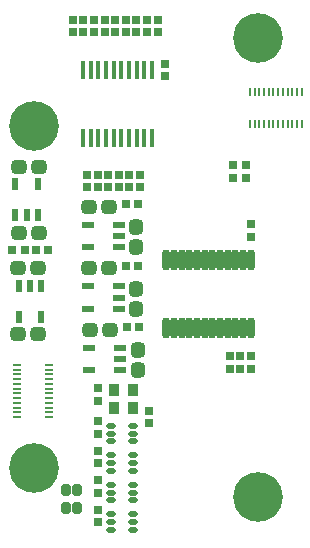
<source format=gbr>
G04*
G04 #@! TF.GenerationSoftware,Altium Limited,Altium Designer,24.9.1 (31)*
G04*
G04 Layer_Color=16711935*
%FSLAX44Y44*%
%MOMM*%
G71*
G04*
G04 #@! TF.SameCoordinates,B31CAF09-BB74-4FAA-89E9-8BE817FA7118*
G04*
G04*
G04 #@! TF.FilePolarity,Negative*
G04*
G01*
G75*
%ADD10C,4.2032*%
%ADD21R,0.2300X0.7000*%
%ADD22R,0.7000X0.2300*%
%ADD24R,1.1000X0.6000*%
%ADD27R,0.6000X1.1000*%
G04:AMPARAMS|DCode=31|XSize=1.5mm|YSize=0.4mm|CornerRadius=0.1mm|HoleSize=0mm|Usage=FLASHONLY|Rotation=90.000|XOffset=0mm|YOffset=0mm|HoleType=Round|Shape=RoundedRectangle|*
%AMROUNDEDRECTD31*
21,1,1.5000,0.2000,0,0,90.0*
21,1,1.3000,0.4000,0,0,90.0*
1,1,0.2000,0.1000,0.6500*
1,1,0.2000,0.1000,-0.6500*
1,1,0.2000,-0.1000,-0.6500*
1,1,0.2000,-0.1000,0.6500*
%
%ADD31ROUNDEDRECTD31*%
G04:AMPARAMS|DCode=33|XSize=0.75mm|YSize=0.7mm|CornerRadius=0.2mm|HoleSize=0mm|Usage=FLASHONLY|Rotation=270.000|XOffset=0mm|YOffset=0mm|HoleType=Round|Shape=RoundedRectangle|*
%AMROUNDEDRECTD33*
21,1,0.7500,0.3000,0,0,270.0*
21,1,0.3500,0.7000,0,0,270.0*
1,1,0.4000,-0.1500,-0.1750*
1,1,0.4000,-0.1500,0.1750*
1,1,0.4000,0.1500,0.1750*
1,1,0.4000,0.1500,-0.1750*
%
%ADD33ROUNDEDRECTD33*%
G04:AMPARAMS|DCode=34|XSize=1.0032mm|YSize=0.8032mm|CornerRadius=0.2516mm|HoleSize=0mm|Usage=FLASHONLY|Rotation=90.000|XOffset=0mm|YOffset=0mm|HoleType=Round|Shape=RoundedRectangle|*
%AMROUNDEDRECTD34*
21,1,1.0032,0.3000,0,0,90.0*
21,1,0.5000,0.8032,0,0,90.0*
1,1,0.5032,0.1500,0.2500*
1,1,0.5032,0.1500,-0.2500*
1,1,0.5032,-0.1500,-0.2500*
1,1,0.5032,-0.1500,0.2500*
%
%ADD34ROUNDEDRECTD34*%
%ADD35R,0.8532X1.0532*%
G04:AMPARAMS|DCode=36|XSize=0.75mm|YSize=0.7mm|CornerRadius=0.2mm|HoleSize=0mm|Usage=FLASHONLY|Rotation=180.000|XOffset=0mm|YOffset=0mm|HoleType=Round|Shape=RoundedRectangle|*
%AMROUNDEDRECTD36*
21,1,0.7500,0.3000,0,0,180.0*
21,1,0.3500,0.7000,0,0,180.0*
1,1,0.4000,-0.1750,0.1500*
1,1,0.4000,0.1750,0.1500*
1,1,0.4000,0.1750,-0.1500*
1,1,0.4000,-0.1750,-0.1500*
%
%ADD36ROUNDEDRECTD36*%
G04:AMPARAMS|DCode=37|XSize=1.3032mm|YSize=1.2032mm|CornerRadius=0.3516mm|HoleSize=0mm|Usage=FLASHONLY|Rotation=180.000|XOffset=0mm|YOffset=0mm|HoleType=Round|Shape=RoundedRectangle|*
%AMROUNDEDRECTD37*
21,1,1.3032,0.5000,0,0,180.0*
21,1,0.6000,1.2032,0,0,180.0*
1,1,0.7032,-0.3000,0.2500*
1,1,0.7032,0.3000,0.2500*
1,1,0.7032,0.3000,-0.2500*
1,1,0.7032,-0.3000,-0.2500*
%
%ADD37ROUNDEDRECTD37*%
G04:AMPARAMS|DCode=38|XSize=1.3032mm|YSize=1.2032mm|CornerRadius=0.3516mm|HoleSize=0mm|Usage=FLASHONLY|Rotation=270.000|XOffset=0mm|YOffset=0mm|HoleType=Round|Shape=RoundedRectangle|*
%AMROUNDEDRECTD38*
21,1,1.3032,0.5000,0,0,270.0*
21,1,0.6000,1.2032,0,0,270.0*
1,1,0.7032,-0.2500,-0.3000*
1,1,0.7032,-0.2500,0.3000*
1,1,0.7032,0.2500,0.3000*
1,1,0.7032,0.2500,-0.3000*
%
%ADD38ROUNDEDRECTD38*%
G04:AMPARAMS|DCode=39|XSize=0.5032mm|YSize=0.8632mm|CornerRadius=0.1766mm|HoleSize=0mm|Usage=FLASHONLY|Rotation=270.000|XOffset=0mm|YOffset=0mm|HoleType=Round|Shape=RoundedRectangle|*
%AMROUNDEDRECTD39*
21,1,0.5032,0.5100,0,0,270.0*
21,1,0.1500,0.8632,0,0,270.0*
1,1,0.3532,-0.2550,-0.0750*
1,1,0.3532,-0.2550,0.0750*
1,1,0.3532,0.2550,0.0750*
1,1,0.3532,0.2550,-0.0750*
%
%ADD39ROUNDEDRECTD39*%
G04:AMPARAMS|DCode=40|XSize=1.7032mm|YSize=0.6532mm|CornerRadius=0.2141mm|HoleSize=0mm|Usage=FLASHONLY|Rotation=90.000|XOffset=0mm|YOffset=0mm|HoleType=Round|Shape=RoundedRectangle|*
%AMROUNDEDRECTD40*
21,1,1.7032,0.2250,0,0,90.0*
21,1,1.2750,0.6532,0,0,90.0*
1,1,0.4282,0.1125,0.6375*
1,1,0.4282,0.1125,-0.6375*
1,1,0.4282,-0.1125,-0.6375*
1,1,0.4282,-0.1125,0.6375*
%
%ADD40ROUNDEDRECTD40*%
D10*
X215000Y439000D02*
D03*
X25000Y364000D02*
D03*
Y75000D02*
D03*
X215000Y50000D02*
D03*
D21*
X208000Y366450D02*
D03*
Y393550D02*
D03*
X212000Y366450D02*
D03*
Y393550D02*
D03*
X216000Y366450D02*
D03*
Y393550D02*
D03*
X220000Y366450D02*
D03*
Y393550D02*
D03*
X224000Y366450D02*
D03*
Y393550D02*
D03*
X228000Y366450D02*
D03*
Y393550D02*
D03*
X232000Y366450D02*
D03*
Y393550D02*
D03*
X236000Y366450D02*
D03*
Y393550D02*
D03*
X240000Y366450D02*
D03*
Y393550D02*
D03*
X244000Y366450D02*
D03*
Y393550D02*
D03*
X248000Y366450D02*
D03*
Y393550D02*
D03*
X252000Y366450D02*
D03*
Y393550D02*
D03*
D22*
X10450Y162000D02*
D03*
X37550D02*
D03*
X10450Y158000D02*
D03*
X37550D02*
D03*
X10450Y154000D02*
D03*
X37550D02*
D03*
X10450Y150000D02*
D03*
X37550D02*
D03*
X10450Y146000D02*
D03*
X37550D02*
D03*
X10450Y142000D02*
D03*
X37550D02*
D03*
X10450Y138000D02*
D03*
X37550D02*
D03*
X10450Y134000D02*
D03*
X37550D02*
D03*
X10450Y130000D02*
D03*
X37550D02*
D03*
X10450Y126000D02*
D03*
X37550D02*
D03*
X10450Y122000D02*
D03*
X37550D02*
D03*
X10450Y118000D02*
D03*
X37550D02*
D03*
D24*
X97000Y228500D02*
D03*
Y219000D02*
D03*
Y209500D02*
D03*
X71000D02*
D03*
Y228500D02*
D03*
X72000Y176500D02*
D03*
Y157500D02*
D03*
X98000D02*
D03*
Y167000D02*
D03*
Y176500D02*
D03*
X71000Y280500D02*
D03*
Y261500D02*
D03*
X97000D02*
D03*
Y271000D02*
D03*
Y280500D02*
D03*
D27*
X28500Y289000D02*
D03*
X19000D02*
D03*
X9500D02*
D03*
Y315000D02*
D03*
X28500D02*
D03*
X12500Y203000D02*
D03*
X31500D02*
D03*
Y229000D02*
D03*
X22000D02*
D03*
X12500D02*
D03*
D31*
X125250Y412000D02*
D03*
X118750D02*
D03*
X112250D02*
D03*
X105750D02*
D03*
X99250D02*
D03*
X92750D02*
D03*
X86250D02*
D03*
X79750D02*
D03*
X73250D02*
D03*
X66750D02*
D03*
X66750Y354000D02*
D03*
X73250D02*
D03*
X79750D02*
D03*
X86250D02*
D03*
X92750D02*
D03*
X99250D02*
D03*
X105750D02*
D03*
X112250D02*
D03*
X118750D02*
D03*
X125250D02*
D03*
D33*
X205000Y320750D02*
D03*
Y331250D02*
D03*
X194000Y320750D02*
D03*
Y331250D02*
D03*
X70000Y323250D02*
D03*
Y312750D02*
D03*
X79000D02*
D03*
Y323250D02*
D03*
X88000Y312750D02*
D03*
Y323250D02*
D03*
X97000Y312750D02*
D03*
Y323250D02*
D03*
X106000D02*
D03*
Y312750D02*
D03*
X79000Y142250D02*
D03*
Y131750D02*
D03*
X123000Y123250D02*
D03*
Y112750D02*
D03*
X79000Y114250D02*
D03*
Y103750D02*
D03*
Y89250D02*
D03*
Y78750D02*
D03*
Y53750D02*
D03*
Y64250D02*
D03*
Y28750D02*
D03*
Y39250D02*
D03*
X191000Y158750D02*
D03*
Y169250D02*
D03*
X200000D02*
D03*
Y158750D02*
D03*
X209000Y169250D02*
D03*
Y158750D02*
D03*
Y281250D02*
D03*
Y270750D02*
D03*
X115000Y323250D02*
D03*
Y312750D02*
D03*
X121000Y443750D02*
D03*
Y454250D02*
D03*
X94000Y454250D02*
D03*
Y443750D02*
D03*
X58000Y443750D02*
D03*
Y454250D02*
D03*
X76000D02*
D03*
Y443750D02*
D03*
X85000Y454250D02*
D03*
Y443750D02*
D03*
X67000D02*
D03*
Y454250D02*
D03*
X103000Y443750D02*
D03*
Y454250D02*
D03*
X130000Y443750D02*
D03*
Y454250D02*
D03*
X112000Y454250D02*
D03*
Y443750D02*
D03*
X136000Y417250D02*
D03*
Y406750D02*
D03*
D34*
X62000Y56000D02*
D03*
X52000D02*
D03*
X62000Y41000D02*
D03*
X52000D02*
D03*
D35*
X109250Y140750D02*
D03*
X92750D02*
D03*
Y125250D02*
D03*
X109250D02*
D03*
D36*
X37250Y259000D02*
D03*
X26750D02*
D03*
X17250D02*
D03*
X6750D02*
D03*
X102750Y246000D02*
D03*
X113250D02*
D03*
X114250Y194000D02*
D03*
X103750D02*
D03*
X113250Y298000D02*
D03*
X102750D02*
D03*
D37*
X12500Y274000D02*
D03*
X29500D02*
D03*
Y330000D02*
D03*
X12500D02*
D03*
X71500Y244000D02*
D03*
X88500D02*
D03*
X11500D02*
D03*
X28500D02*
D03*
Y188000D02*
D03*
X11500D02*
D03*
X89500Y192000D02*
D03*
X72500D02*
D03*
X71500Y296000D02*
D03*
X88500D02*
D03*
D38*
X112000Y226500D02*
D03*
Y209500D02*
D03*
X113000Y157500D02*
D03*
Y174500D02*
D03*
X112000Y261500D02*
D03*
Y278500D02*
D03*
D39*
X90800Y110500D02*
D03*
Y104000D02*
D03*
Y97500D02*
D03*
X109200Y110500D02*
D03*
Y104000D02*
D03*
Y97500D02*
D03*
X90800Y85500D02*
D03*
Y79000D02*
D03*
Y72500D02*
D03*
X109200Y85500D02*
D03*
Y79000D02*
D03*
Y72500D02*
D03*
X90800Y60500D02*
D03*
Y54000D02*
D03*
Y47500D02*
D03*
X109200Y60500D02*
D03*
Y54000D02*
D03*
Y47500D02*
D03*
X90800Y35500D02*
D03*
Y29000D02*
D03*
Y22500D02*
D03*
X109200Y35500D02*
D03*
Y29000D02*
D03*
Y22500D02*
D03*
D40*
X202250Y193000D02*
D03*
X195750D02*
D03*
X189250D02*
D03*
X182750D02*
D03*
X176250D02*
D03*
X169750D02*
D03*
X163250D02*
D03*
X156750D02*
D03*
X150250D02*
D03*
X143750D02*
D03*
X137250D02*
D03*
Y251000D02*
D03*
X143750D02*
D03*
X150250D02*
D03*
X156750D02*
D03*
X163250D02*
D03*
X169750D02*
D03*
X176250D02*
D03*
X182750D02*
D03*
X189250D02*
D03*
X195750D02*
D03*
X202250D02*
D03*
X208750D02*
D03*
Y193000D02*
D03*
M02*

</source>
